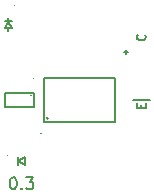
<source format=gto>
%TF.GenerationSoftware,KiCad,Pcbnew,9.0.0*%
%TF.CreationDate,2025-04-22T14:07:13+01:00*%
%TF.ProjectId,vm_light_sensor_0.3,766d5f6c-6967-4687-945f-73656e736f72,v0.3*%
%TF.SameCoordinates,PX510ff40PY47868c0*%
%TF.FileFunction,Legend,Top*%
%TF.FilePolarity,Positive*%
%FSLAX45Y45*%
G04 Gerber Fmt 4.5, Leading zero omitted, Abs format (unit mm)*
G04 Created by KiCad (PCBNEW 9.0.0) date 2025-04-22 14:07:13*
%MOMM*%
%LPD*%
G01*
G04 APERTURE LIST*
%ADD10C,0.200000*%
%ADD11C,0.150000*%
%ADD12C,0.075000*%
G04 APERTURE END LIST*
D10*
X-563985Y-656722D02*
X-554461Y-656722D01*
X-554461Y-656722D02*
X-544938Y-661484D01*
X-544938Y-661484D02*
X-540176Y-666246D01*
X-540176Y-666246D02*
X-535414Y-675770D01*
X-535414Y-675770D02*
X-530652Y-694817D01*
X-530652Y-694817D02*
X-530652Y-718627D01*
X-530652Y-718627D02*
X-535414Y-737674D01*
X-535414Y-737674D02*
X-540176Y-747198D01*
X-540176Y-747198D02*
X-544938Y-751960D01*
X-544938Y-751960D02*
X-554461Y-756722D01*
X-554461Y-756722D02*
X-563985Y-756722D01*
X-563985Y-756722D02*
X-573509Y-751960D01*
X-573509Y-751960D02*
X-578271Y-747198D01*
X-578271Y-747198D02*
X-583033Y-737674D01*
X-583033Y-737674D02*
X-587795Y-718627D01*
X-587795Y-718627D02*
X-587795Y-694817D01*
X-587795Y-694817D02*
X-583033Y-675770D01*
X-583033Y-675770D02*
X-578271Y-666246D01*
X-578271Y-666246D02*
X-573509Y-661484D01*
X-573509Y-661484D02*
X-563985Y-656722D01*
X-487795Y-747198D02*
X-483033Y-751960D01*
X-483033Y-751960D02*
X-487795Y-756722D01*
X-487795Y-756722D02*
X-492556Y-751960D01*
X-492556Y-751960D02*
X-487795Y-747198D01*
X-487795Y-747198D02*
X-487795Y-756722D01*
X-449699Y-656722D02*
X-387795Y-656722D01*
X-387795Y-656722D02*
X-421128Y-694817D01*
X-421128Y-694817D02*
X-406842Y-694817D01*
X-406842Y-694817D02*
X-397318Y-699579D01*
X-397318Y-699579D02*
X-392557Y-704341D01*
X-392557Y-704341D02*
X-387795Y-713865D01*
X-387795Y-713865D02*
X-387795Y-737674D01*
X-387795Y-737674D02*
X-392557Y-747198D01*
X-392557Y-747198D02*
X-397318Y-751960D01*
X-397318Y-751960D02*
X-406842Y-756722D01*
X-406842Y-756722D02*
X-435414Y-756722D01*
X-435414Y-756722D02*
X-444937Y-751960D01*
X-444937Y-751960D02*
X-449699Y-747198D01*
D11*
X554774Y549846D02*
X558345Y546275D01*
X558345Y546275D02*
X561916Y535560D01*
X561916Y535560D02*
X561916Y528417D01*
X561916Y528417D02*
X558345Y517703D01*
X558345Y517703D02*
X551202Y510560D01*
X551202Y510560D02*
X544059Y506989D01*
X544059Y506989D02*
X529774Y503417D01*
X529774Y503417D02*
X519059Y503417D01*
X519059Y503417D02*
X504773Y506989D01*
X504773Y506989D02*
X497631Y510560D01*
X497631Y510560D02*
X490488Y517703D01*
X490488Y517703D02*
X486916Y528417D01*
X486916Y528417D02*
X486916Y535560D01*
X486916Y535560D02*
X490488Y546275D01*
X490488Y546275D02*
X494059Y549846D01*
X522631Y-65868D02*
X522631Y-40868D01*
X561916Y-30154D02*
X561916Y-65868D01*
X561916Y-65868D02*
X486916Y-65868D01*
X486916Y-65868D02*
X486916Y-30154D01*
%TO.C,U2*%
X-387500Y-57500D02*
X-632500Y-57500D01*
X-632500Y57500D01*
X-387500Y57500D01*
X-387500Y-57500D01*
D12*
X-403750Y37500D02*
G75*
G02*
X-411250Y37500I-3750J0D01*
G01*
X-411250Y37500D02*
G75*
G02*
X-403750Y37500I3750J0D01*
G01*
X-383750Y182500D02*
G75*
G02*
X-391250Y182500I-3750J0D01*
G01*
X-391250Y182500D02*
G75*
G02*
X-383750Y182500I3750J0D01*
G01*
D11*
%TO.C,D1*%
X-520000Y-552500D02*
X-520000Y-487500D01*
X-515000Y-520000D02*
X-460000Y-487500D01*
X-515000Y-520000D02*
X-460000Y-552500D01*
X-460000Y-552500D02*
X-460000Y-487500D01*
D12*
X-603750Y-467500D02*
G75*
G02*
X-611250Y-467500I-3750J0D01*
G01*
X-611250Y-467500D02*
G75*
G02*
X-603750Y-467500I3750J0D01*
G01*
%TO.C,U1*%
D11*
X-300500Y187500D02*
X304500Y187500D01*
X304500Y-187500D01*
X-300500Y-187500D01*
X-300500Y187500D01*
D12*
X-319250Y-287500D02*
G75*
G02*
X-326750Y-287500I-3750J0D01*
G01*
X-326750Y-287500D02*
G75*
G02*
X-319250Y-287500I3750J0D01*
G01*
D11*
X-263000Y-157500D02*
G75*
G02*
X-278000Y-157500I-7500J0D01*
G01*
X-278000Y-157500D02*
G75*
G02*
X-263000Y-157500I7500J0D01*
G01*
%TO.C,Q1*%
X396750Y422750D02*
X396750Y385250D01*
X415500Y404000D02*
X378000Y404000D01*
X598000Y-1000D02*
X458000Y-1000D01*
%TO.C,D2*%
X-632500Y667500D02*
X-567500Y667500D01*
X-632500Y607500D02*
X-567500Y607500D01*
X-600000Y695000D02*
X-600000Y665000D01*
X-600000Y662500D02*
X-632500Y607500D01*
X-600000Y662500D02*
X-567500Y607500D01*
X-600000Y607500D02*
X-600000Y585000D01*
D12*
X-546250Y800000D02*
G75*
G02*
X-553750Y800000I-3750J0D01*
G01*
X-553750Y800000D02*
G75*
G02*
X-546250Y800000I3750J0D01*
G01*
%TD*%
M02*

</source>
